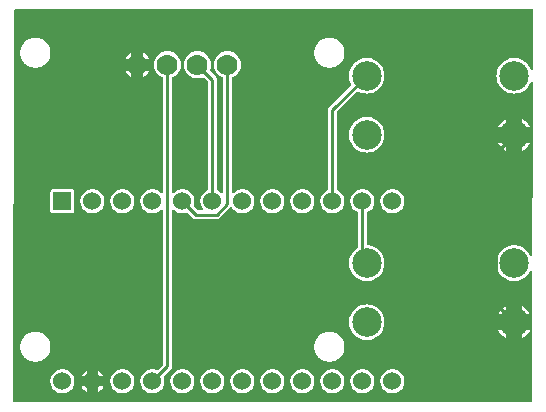
<source format=gbl>
G04 Layer: BottomLayer*
G04 EasyEDA v6.5.15, 2022-08-31 14:33:10*
G04 7f742d56b1564ff082f2a7d2e7a97bc1,d16243303ffc4a33bbfddbaf118a1a26,10*
G04 Gerber Generator version 0.2*
G04 Scale: 100 percent, Rotated: No, Reflected: No *
G04 Dimensions in millimeters *
G04 leading zeros omitted , absolute positions ,4 integer and 5 decimal *
%FSLAX45Y45*%
%MOMM*%

%AMMACRO1*21,1,$1,$2,0,0,$3*%
%ADD10C,0.2540*%
%ADD11C,2.5000*%
%ADD12C,1.7780*%
%ADD13MACRO1,1.524X1.524X-90.0000*%
%ADD14C,1.5240*%
%ADD15C,0.0168*%

%LPD*%
G36*
X734720Y9093708D02*
G01*
X730808Y9094470D01*
X727506Y9096705D01*
X725322Y9100007D01*
X724560Y9103918D01*
X736955Y12409982D01*
X737768Y12413843D01*
X739952Y12417145D01*
X743254Y12419330D01*
X747115Y12420092D01*
X5119979Y12420092D01*
X5123891Y12419330D01*
X5127193Y12417094D01*
X5129377Y12413792D01*
X5130139Y12409881D01*
X5128310Y11916460D01*
X5127498Y11912600D01*
X5125313Y11909298D01*
X5122011Y11907113D01*
X5118100Y11906351D01*
X5114239Y11907113D01*
X5110937Y11909348D01*
X5108752Y11912650D01*
X5104333Y11923268D01*
X5096154Y11938101D01*
X5086350Y11951868D01*
X5075072Y11964517D01*
X5062474Y11975795D01*
X5048656Y11985548D01*
X5033873Y11993727D01*
X5018227Y12000230D01*
X5001971Y12004903D01*
X4985308Y12007748D01*
X4968392Y12008713D01*
X4951526Y12007748D01*
X4934813Y12004903D01*
X4918557Y12000230D01*
X4902911Y11993727D01*
X4888128Y11985548D01*
X4874310Y11975795D01*
X4861712Y11964517D01*
X4850434Y11951868D01*
X4840630Y11938101D01*
X4832451Y11923268D01*
X4825949Y11907621D01*
X4821275Y11891365D01*
X4818430Y11874703D01*
X4817516Y11857786D01*
X4818430Y11840921D01*
X4821275Y11824208D01*
X4825949Y11807952D01*
X4832451Y11792305D01*
X4840630Y11777522D01*
X4850434Y11763705D01*
X4861712Y11751106D01*
X4874310Y11739829D01*
X4888128Y11730024D01*
X4902911Y11721846D01*
X4918557Y11715394D01*
X4934813Y11710670D01*
X4951526Y11707876D01*
X4968392Y11706910D01*
X4985308Y11707876D01*
X5001971Y11710670D01*
X5018227Y11715394D01*
X5033873Y11721846D01*
X5048656Y11730024D01*
X5062474Y11739829D01*
X5075072Y11751106D01*
X5086350Y11763705D01*
X5096154Y11777522D01*
X5104333Y11792305D01*
X5108295Y11801906D01*
X5110530Y11805208D01*
X5113832Y11807393D01*
X5117693Y11808155D01*
X5121605Y11807393D01*
X5124907Y11805158D01*
X5127091Y11801856D01*
X5127853Y11797995D01*
X5126431Y11420957D01*
X5125974Y11418722D01*
X5126431Y11416436D01*
X5125974Y11299088D01*
X5125415Y11296243D01*
X5125974Y11293398D01*
X5122367Y10342473D01*
X5121402Y10338155D01*
X5118709Y10334701D01*
X5114747Y10332669D01*
X5110327Y10332516D01*
X5106263Y10334294D01*
X5103317Y10337596D01*
X5096154Y10350601D01*
X5086350Y10364368D01*
X5075072Y10377017D01*
X5062474Y10388295D01*
X5048656Y10398048D01*
X5033873Y10406227D01*
X5018227Y10412730D01*
X5001971Y10417403D01*
X4985308Y10420248D01*
X4968392Y10421213D01*
X4951526Y10420248D01*
X4934813Y10417403D01*
X4918557Y10412730D01*
X4902911Y10406227D01*
X4888128Y10398048D01*
X4874310Y10388295D01*
X4861712Y10377017D01*
X4850434Y10364368D01*
X4840630Y10350601D01*
X4832451Y10335768D01*
X4825949Y10320121D01*
X4821275Y10303865D01*
X4818430Y10287203D01*
X4817516Y10270286D01*
X4818430Y10253421D01*
X4821275Y10236708D01*
X4825949Y10220452D01*
X4832451Y10204805D01*
X4840630Y10190022D01*
X4850434Y10176205D01*
X4861712Y10163606D01*
X4874310Y10152329D01*
X4888128Y10142524D01*
X4902911Y10134346D01*
X4918557Y10127894D01*
X4934813Y10123170D01*
X4951526Y10120376D01*
X4968392Y10119410D01*
X4985308Y10120376D01*
X5001971Y10123170D01*
X5018227Y10127894D01*
X5033873Y10134346D01*
X5048656Y10142524D01*
X5062474Y10152329D01*
X5075072Y10163606D01*
X5086350Y10176205D01*
X5096154Y10190022D01*
X5102809Y10202011D01*
X5105704Y10205313D01*
X5109819Y10207091D01*
X5114239Y10206939D01*
X5118201Y10204907D01*
X5120894Y10201402D01*
X5121859Y10197033D01*
X5120538Y9845852D01*
X5119522Y9841534D01*
X5116830Y9838080D01*
X5115610Y9837420D01*
X5117490Y9836150D01*
X5119674Y9832848D01*
X5120436Y9828936D01*
X5120030Y9711588D01*
X5119217Y9707676D01*
X5117033Y9704425D01*
X5114188Y9702546D01*
X5116271Y9701479D01*
X5119014Y9697974D01*
X5119928Y9693605D01*
X5117744Y9103817D01*
X5116931Y9099956D01*
X5114747Y9096654D01*
X5111445Y9094470D01*
X5107584Y9093708D01*
G37*

%LPC*%
G36*
X2660192Y9169146D02*
G01*
X2673807Y9169146D01*
X2687320Y9170974D01*
X2700477Y9174581D01*
X2713024Y9179864D01*
X2724759Y9186824D01*
X2735478Y9195308D01*
X2744978Y9205112D01*
X2753055Y9216085D01*
X2759608Y9228023D01*
X2764485Y9240774D01*
X2767685Y9254032D01*
X2769006Y9267596D01*
X2768549Y9281210D01*
X2766314Y9294672D01*
X2762250Y9307677D01*
X2756509Y9320072D01*
X2749194Y9331553D01*
X2740406Y9341967D01*
X2730246Y9351111D01*
X2719019Y9358833D01*
X2706878Y9364980D01*
X2693974Y9369450D01*
X2680614Y9372193D01*
X2667000Y9373108D01*
X2653385Y9372193D01*
X2640025Y9369450D01*
X2627122Y9364980D01*
X2614980Y9358833D01*
X2603754Y9351111D01*
X2593594Y9341967D01*
X2584805Y9331553D01*
X2577490Y9320072D01*
X2571750Y9307677D01*
X2567686Y9294672D01*
X2565450Y9281210D01*
X2564993Y9267596D01*
X2566314Y9254032D01*
X2569514Y9240774D01*
X2574391Y9228023D01*
X2580944Y9216085D01*
X2589022Y9205112D01*
X2598521Y9195308D01*
X2609240Y9186824D01*
X2620975Y9179864D01*
X2633522Y9174581D01*
X2646680Y9170974D01*
G37*
G36*
X3168192Y9169146D02*
G01*
X3181807Y9169146D01*
X3195320Y9170974D01*
X3208477Y9174581D01*
X3221024Y9179864D01*
X3232759Y9186824D01*
X3243478Y9195308D01*
X3252978Y9205112D01*
X3261055Y9216085D01*
X3267608Y9228023D01*
X3272485Y9240774D01*
X3275685Y9254032D01*
X3277006Y9267596D01*
X3276549Y9281210D01*
X3274314Y9294672D01*
X3270250Y9307677D01*
X3264509Y9320072D01*
X3257194Y9331553D01*
X3248406Y9341967D01*
X3238246Y9351111D01*
X3227019Y9358833D01*
X3214878Y9364980D01*
X3201974Y9369450D01*
X3188614Y9372193D01*
X3175000Y9373108D01*
X3161385Y9372193D01*
X3148025Y9369450D01*
X3135122Y9364980D01*
X3122980Y9358833D01*
X3111754Y9351111D01*
X3101594Y9341967D01*
X3092805Y9331553D01*
X3085490Y9320072D01*
X3079750Y9307677D01*
X3075686Y9294672D01*
X3073450Y9281210D01*
X3072993Y9267596D01*
X3074314Y9254032D01*
X3077514Y9240774D01*
X3082391Y9228023D01*
X3088944Y9216085D01*
X3097022Y9205112D01*
X3106521Y9195308D01*
X3117240Y9186824D01*
X3128975Y9179864D01*
X3141522Y9174581D01*
X3154680Y9170974D01*
G37*
G36*
X3422192Y9169146D02*
G01*
X3435807Y9169146D01*
X3449320Y9170974D01*
X3462477Y9174581D01*
X3475024Y9179864D01*
X3486759Y9186824D01*
X3497478Y9195308D01*
X3506978Y9205112D01*
X3515055Y9216085D01*
X3521608Y9228023D01*
X3526485Y9240774D01*
X3529685Y9254032D01*
X3531006Y9267596D01*
X3530549Y9281210D01*
X3528314Y9294672D01*
X3524250Y9307677D01*
X3518509Y9320072D01*
X3511194Y9331553D01*
X3502406Y9341967D01*
X3492246Y9351111D01*
X3481019Y9358833D01*
X3468878Y9364980D01*
X3455974Y9369450D01*
X3442614Y9372193D01*
X3429000Y9373108D01*
X3415385Y9372193D01*
X3402025Y9369450D01*
X3389122Y9364980D01*
X3376980Y9358833D01*
X3365754Y9351111D01*
X3355594Y9341967D01*
X3346805Y9331553D01*
X3339490Y9320072D01*
X3333750Y9307677D01*
X3329686Y9294672D01*
X3327450Y9281210D01*
X3326993Y9267596D01*
X3328314Y9254032D01*
X3331514Y9240774D01*
X3336391Y9228023D01*
X3342944Y9216085D01*
X3351022Y9205112D01*
X3360521Y9195308D01*
X3371240Y9186824D01*
X3382975Y9179864D01*
X3395522Y9174581D01*
X3408679Y9170974D01*
G37*
G36*
X3676192Y9169146D02*
G01*
X3689807Y9169146D01*
X3703320Y9170974D01*
X3716477Y9174581D01*
X3729024Y9179864D01*
X3740759Y9186824D01*
X3751478Y9195308D01*
X3760978Y9205112D01*
X3769055Y9216085D01*
X3775608Y9228023D01*
X3780485Y9240774D01*
X3783685Y9254032D01*
X3785006Y9267596D01*
X3784549Y9281210D01*
X3782314Y9294672D01*
X3778250Y9307677D01*
X3772509Y9320072D01*
X3765194Y9331553D01*
X3756406Y9341967D01*
X3746246Y9351111D01*
X3735019Y9358833D01*
X3722878Y9364980D01*
X3709974Y9369450D01*
X3696614Y9372193D01*
X3683000Y9373108D01*
X3669385Y9372193D01*
X3656025Y9369450D01*
X3643122Y9364980D01*
X3630980Y9358833D01*
X3619754Y9351111D01*
X3609594Y9341967D01*
X3600805Y9331553D01*
X3593490Y9320072D01*
X3587750Y9307677D01*
X3583686Y9294672D01*
X3581450Y9281210D01*
X3580993Y9267596D01*
X3582314Y9254032D01*
X3585514Y9240774D01*
X3590391Y9228023D01*
X3596944Y9216085D01*
X3605022Y9205112D01*
X3614521Y9195308D01*
X3625240Y9186824D01*
X3636975Y9179864D01*
X3649522Y9174581D01*
X3662679Y9170974D01*
G37*
G36*
X2152192Y9169146D02*
G01*
X2165807Y9169146D01*
X2179320Y9170974D01*
X2192477Y9174581D01*
X2205024Y9179864D01*
X2216759Y9186824D01*
X2227478Y9195308D01*
X2236978Y9205112D01*
X2245055Y9216085D01*
X2251608Y9228023D01*
X2256485Y9240774D01*
X2259685Y9254032D01*
X2261006Y9267596D01*
X2260549Y9281210D01*
X2258314Y9294672D01*
X2254250Y9307677D01*
X2248509Y9320072D01*
X2241194Y9331553D01*
X2232406Y9341967D01*
X2222246Y9351111D01*
X2211019Y9358833D01*
X2198878Y9364980D01*
X2185974Y9369450D01*
X2172614Y9372193D01*
X2159000Y9373108D01*
X2145385Y9372193D01*
X2132025Y9369450D01*
X2119122Y9364980D01*
X2106980Y9358833D01*
X2095754Y9351111D01*
X2085593Y9341967D01*
X2076805Y9331553D01*
X2069490Y9320072D01*
X2063750Y9307677D01*
X2059686Y9294672D01*
X2057450Y9281210D01*
X2056993Y9267596D01*
X2058314Y9254032D01*
X2061514Y9240774D01*
X2066391Y9228023D01*
X2072944Y9216085D01*
X2081022Y9205112D01*
X2090521Y9195308D01*
X2101240Y9186824D01*
X2112975Y9179864D01*
X2125522Y9174581D01*
X2138680Y9170974D01*
G37*
G36*
X3930192Y9169146D02*
G01*
X3943807Y9169146D01*
X3957320Y9170974D01*
X3970477Y9174581D01*
X3983024Y9179864D01*
X3994759Y9186824D01*
X4005478Y9195308D01*
X4014978Y9205112D01*
X4023055Y9216085D01*
X4029608Y9228023D01*
X4034485Y9240774D01*
X4037685Y9254032D01*
X4039006Y9267596D01*
X4038549Y9281210D01*
X4036314Y9294672D01*
X4032250Y9307677D01*
X4026509Y9320072D01*
X4019194Y9331553D01*
X4010406Y9341967D01*
X4000246Y9351111D01*
X3989019Y9358833D01*
X3976878Y9364980D01*
X3963974Y9369450D01*
X3950614Y9372193D01*
X3937000Y9373108D01*
X3923385Y9372193D01*
X3910025Y9369450D01*
X3897122Y9364980D01*
X3884980Y9358833D01*
X3873754Y9351111D01*
X3863594Y9341967D01*
X3854805Y9331553D01*
X3847490Y9320072D01*
X3841750Y9307677D01*
X3837686Y9294672D01*
X3835450Y9281210D01*
X3834993Y9267596D01*
X3836314Y9254032D01*
X3839514Y9240774D01*
X3844391Y9228023D01*
X3850944Y9216085D01*
X3859022Y9205112D01*
X3868521Y9195308D01*
X3879240Y9186824D01*
X3890975Y9179864D01*
X3903522Y9174581D01*
X3916679Y9170974D01*
G37*
G36*
X2406192Y9169146D02*
G01*
X2419807Y9169146D01*
X2433320Y9170974D01*
X2446477Y9174581D01*
X2459024Y9179864D01*
X2470759Y9186824D01*
X2481478Y9195308D01*
X2490978Y9205112D01*
X2499055Y9216085D01*
X2505608Y9228023D01*
X2510485Y9240774D01*
X2513685Y9254032D01*
X2515006Y9267596D01*
X2514549Y9281210D01*
X2512314Y9294672D01*
X2508250Y9307677D01*
X2502509Y9320072D01*
X2495194Y9331553D01*
X2486406Y9341967D01*
X2476246Y9351111D01*
X2465019Y9358833D01*
X2452878Y9364980D01*
X2439974Y9369450D01*
X2426614Y9372193D01*
X2413000Y9373108D01*
X2399385Y9372193D01*
X2386025Y9369450D01*
X2373122Y9364980D01*
X2360980Y9358833D01*
X2349754Y9351111D01*
X2339594Y9341967D01*
X2330805Y9331553D01*
X2323490Y9320072D01*
X2317750Y9307677D01*
X2313686Y9294672D01*
X2311450Y9281210D01*
X2310993Y9267596D01*
X2312314Y9254032D01*
X2315514Y9240774D01*
X2320391Y9228023D01*
X2326944Y9216085D01*
X2335022Y9205112D01*
X2344521Y9195308D01*
X2355240Y9186824D01*
X2366975Y9179864D01*
X2379522Y9174581D01*
X2392680Y9170974D01*
G37*
G36*
X2914192Y9169146D02*
G01*
X2927807Y9169146D01*
X2941320Y9170974D01*
X2954477Y9174581D01*
X2967024Y9179864D01*
X2978759Y9186824D01*
X2989478Y9195308D01*
X2998978Y9205112D01*
X3007055Y9216085D01*
X3013608Y9228023D01*
X3018485Y9240774D01*
X3021685Y9254032D01*
X3023006Y9267596D01*
X3022549Y9281210D01*
X3020314Y9294672D01*
X3016250Y9307677D01*
X3010509Y9320072D01*
X3003194Y9331553D01*
X2994406Y9341967D01*
X2984246Y9351111D01*
X2973019Y9358833D01*
X2960878Y9364980D01*
X2947974Y9369450D01*
X2934614Y9372193D01*
X2921000Y9373108D01*
X2907385Y9372193D01*
X2894025Y9369450D01*
X2881122Y9364980D01*
X2868980Y9358833D01*
X2857754Y9351111D01*
X2847594Y9341967D01*
X2838805Y9331553D01*
X2831490Y9320072D01*
X2825750Y9307677D01*
X2821686Y9294672D01*
X2819450Y9281210D01*
X2818993Y9267596D01*
X2820314Y9254032D01*
X2823514Y9240774D01*
X2828391Y9228023D01*
X2834944Y9216085D01*
X2843022Y9205112D01*
X2852521Y9195308D01*
X2863240Y9186824D01*
X2874975Y9179864D01*
X2887522Y9174581D01*
X2900680Y9170974D01*
G37*
G36*
X1644192Y9169146D02*
G01*
X1657807Y9169146D01*
X1671320Y9170974D01*
X1684477Y9174581D01*
X1697024Y9179864D01*
X1708759Y9186824D01*
X1719478Y9195308D01*
X1728978Y9205112D01*
X1737055Y9216085D01*
X1743608Y9228023D01*
X1748485Y9240774D01*
X1751685Y9254032D01*
X1753006Y9267596D01*
X1752549Y9281210D01*
X1750314Y9294672D01*
X1746250Y9307677D01*
X1740509Y9320072D01*
X1733194Y9331553D01*
X1724406Y9341967D01*
X1714246Y9351111D01*
X1703019Y9358833D01*
X1690878Y9364980D01*
X1677974Y9369450D01*
X1664614Y9372193D01*
X1651000Y9373108D01*
X1637385Y9372193D01*
X1624025Y9369450D01*
X1611122Y9364980D01*
X1598980Y9358833D01*
X1587754Y9351111D01*
X1577594Y9341967D01*
X1568805Y9331553D01*
X1561490Y9320072D01*
X1555750Y9307677D01*
X1551686Y9294672D01*
X1549450Y9281210D01*
X1548993Y9267596D01*
X1550314Y9254032D01*
X1553514Y9240774D01*
X1558391Y9228023D01*
X1564944Y9216085D01*
X1573022Y9205112D01*
X1582521Y9195308D01*
X1593240Y9186824D01*
X1604975Y9179864D01*
X1617522Y9174581D01*
X1630680Y9170974D01*
G37*
G36*
X1136192Y9169146D02*
G01*
X1149807Y9169146D01*
X1163320Y9170974D01*
X1176477Y9174581D01*
X1189024Y9179864D01*
X1200759Y9186824D01*
X1211478Y9195308D01*
X1220978Y9205112D01*
X1229055Y9216085D01*
X1235608Y9228023D01*
X1240485Y9240774D01*
X1243685Y9254032D01*
X1245006Y9267596D01*
X1244549Y9281210D01*
X1242314Y9294672D01*
X1238250Y9307677D01*
X1232509Y9320072D01*
X1225194Y9331553D01*
X1216406Y9341967D01*
X1206246Y9351111D01*
X1195019Y9358833D01*
X1182878Y9364980D01*
X1169974Y9369450D01*
X1156614Y9372193D01*
X1143000Y9373108D01*
X1129385Y9372193D01*
X1116025Y9369450D01*
X1103122Y9364980D01*
X1090980Y9358833D01*
X1079754Y9351111D01*
X1069594Y9341967D01*
X1060805Y9331553D01*
X1053490Y9320072D01*
X1047750Y9307677D01*
X1043686Y9294672D01*
X1041450Y9281210D01*
X1040993Y9267596D01*
X1042314Y9254032D01*
X1045514Y9240774D01*
X1050391Y9228023D01*
X1056944Y9216085D01*
X1065022Y9205112D01*
X1074521Y9195308D01*
X1085240Y9186824D01*
X1096975Y9179864D01*
X1109522Y9174581D01*
X1122680Y9170974D01*
G37*
G36*
X1898192Y9169146D02*
G01*
X1911807Y9169146D01*
X1925320Y9170974D01*
X1938477Y9174581D01*
X1951024Y9179864D01*
X1962759Y9186824D01*
X1973478Y9195308D01*
X1982978Y9205112D01*
X1991055Y9216085D01*
X1997608Y9228023D01*
X2002485Y9240774D01*
X2005685Y9254032D01*
X2007006Y9267596D01*
X2006549Y9281210D01*
X2004314Y9294672D01*
X2001164Y9304883D01*
X2000707Y9308490D01*
X2001570Y9312046D01*
X2003653Y9315043D01*
X2058924Y9370364D01*
X2064054Y9376562D01*
X2067610Y9383268D01*
X2069795Y9390481D01*
X2070607Y9398508D01*
X2070607Y10714736D01*
X2071370Y10718698D01*
X2073605Y10722000D01*
X2076957Y10724184D01*
X2080869Y10724896D01*
X2084781Y10724083D01*
X2088083Y10721848D01*
X2090521Y10719308D01*
X2101240Y10710824D01*
X2112975Y10703864D01*
X2125522Y10698581D01*
X2138680Y10694974D01*
X2152192Y10693146D01*
X2165807Y10693146D01*
X2179320Y10694974D01*
X2193290Y10698835D01*
X2196846Y10699140D01*
X2200300Y10698226D01*
X2203196Y10696194D01*
X2243886Y10655554D01*
X2250084Y10650423D01*
X2256790Y10646867D01*
X2264003Y10644682D01*
X2272030Y10643870D01*
X2450033Y10643870D01*
X2458059Y10644682D01*
X2465273Y10646867D01*
X2471928Y10650423D01*
X2478176Y10655554D01*
X2564892Y10742269D01*
X2568600Y10744606D01*
X2572867Y10745216D01*
X2577033Y10743946D01*
X2580284Y10741101D01*
X2589072Y10729061D01*
X2598521Y10719308D01*
X2609240Y10710824D01*
X2620975Y10703864D01*
X2633522Y10698581D01*
X2646680Y10694974D01*
X2660192Y10693146D01*
X2673807Y10693146D01*
X2687320Y10694974D01*
X2700477Y10698581D01*
X2713024Y10703864D01*
X2724759Y10710824D01*
X2735478Y10719308D01*
X2744978Y10729112D01*
X2753055Y10740085D01*
X2759608Y10752023D01*
X2764485Y10764774D01*
X2767685Y10778032D01*
X2769006Y10791596D01*
X2768549Y10805210D01*
X2766314Y10818672D01*
X2762250Y10831677D01*
X2756509Y10844072D01*
X2749194Y10855553D01*
X2740406Y10865967D01*
X2730246Y10875111D01*
X2719019Y10882833D01*
X2706878Y10888980D01*
X2693974Y10893450D01*
X2680614Y10896193D01*
X2667000Y10897108D01*
X2653385Y10896193D01*
X2640025Y10893450D01*
X2627122Y10888980D01*
X2614980Y10882833D01*
X2603754Y10875111D01*
X2595575Y10867745D01*
X2592273Y10865764D01*
X2588412Y10865104D01*
X2584653Y10866018D01*
X2581452Y10868202D01*
X2579370Y10871454D01*
X2578608Y10875264D01*
X2578608Y11835892D01*
X2579420Y11839803D01*
X2581656Y11843105D01*
X2585008Y11845290D01*
X2588869Y11846814D01*
X2601518Y11853773D01*
X2613152Y11862257D01*
X2623667Y11872112D01*
X2632862Y11883237D01*
X2640584Y11895378D01*
X2646730Y11908434D01*
X2651201Y11922150D01*
X2653893Y11936323D01*
X2654808Y11950700D01*
X2653893Y11965076D01*
X2651201Y11979249D01*
X2646730Y11992965D01*
X2640584Y12006021D01*
X2632862Y12018162D01*
X2623667Y12029287D01*
X2613152Y12039142D01*
X2601518Y12047626D01*
X2588869Y12054586D01*
X2575458Y12059869D01*
X2561488Y12063476D01*
X2547213Y12065254D01*
X2532786Y12065254D01*
X2518511Y12063476D01*
X2504541Y12059869D01*
X2491130Y12054586D01*
X2478481Y12047626D01*
X2466848Y12039142D01*
X2456332Y12029287D01*
X2447137Y12018162D01*
X2439416Y12006021D01*
X2433269Y11992965D01*
X2428798Y11979249D01*
X2426106Y11965076D01*
X2425192Y11950700D01*
X2426106Y11936323D01*
X2428798Y11922150D01*
X2433269Y11908434D01*
X2439416Y11895378D01*
X2447137Y11883237D01*
X2456332Y11872112D01*
X2466848Y11862257D01*
X2478481Y11853773D01*
X2491130Y11846814D01*
X2494991Y11845290D01*
X2498344Y11843105D01*
X2500579Y11839803D01*
X2501392Y11835892D01*
X2501392Y10875264D01*
X2500630Y10871454D01*
X2498547Y10868202D01*
X2495346Y10866018D01*
X2491587Y10865104D01*
X2487726Y10865764D01*
X2484424Y10867745D01*
X2476246Y10875111D01*
X2465019Y10882833D01*
X2457196Y10886795D01*
X2454249Y10889030D01*
X2452268Y10892231D01*
X2451608Y10895838D01*
X2451608Y11823192D01*
X2450795Y11831218D01*
X2448610Y11838432D01*
X2445054Y11845137D01*
X2439924Y11851335D01*
X2394610Y11896699D01*
X2392375Y11900103D01*
X2391664Y11904167D01*
X2392730Y11908434D01*
X2397201Y11922150D01*
X2399893Y11936323D01*
X2400808Y11950700D01*
X2399893Y11965076D01*
X2397201Y11979249D01*
X2392730Y11992965D01*
X2386584Y12006021D01*
X2378862Y12018162D01*
X2369667Y12029287D01*
X2359152Y12039142D01*
X2347518Y12047626D01*
X2334869Y12054586D01*
X2321458Y12059869D01*
X2307488Y12063476D01*
X2293213Y12065254D01*
X2278786Y12065254D01*
X2264511Y12063476D01*
X2250541Y12059869D01*
X2237130Y12054586D01*
X2224481Y12047626D01*
X2212848Y12039142D01*
X2202332Y12029287D01*
X2193137Y12018162D01*
X2185416Y12006021D01*
X2179269Y11992965D01*
X2174798Y11979249D01*
X2172106Y11965076D01*
X2171192Y11950700D01*
X2172106Y11936323D01*
X2174798Y11922150D01*
X2179269Y11908434D01*
X2185416Y11895378D01*
X2193137Y11883237D01*
X2202332Y11872112D01*
X2212848Y11862257D01*
X2224481Y11853773D01*
X2237130Y11846814D01*
X2250541Y11841530D01*
X2264511Y11837924D01*
X2278786Y11836146D01*
X2293213Y11836146D01*
X2307488Y11837924D01*
X2321458Y11841530D01*
X2328926Y11844477D01*
X2332786Y11845188D01*
X2336647Y11844426D01*
X2339848Y11842242D01*
X2371394Y11810695D01*
X2373630Y11807393D01*
X2374392Y11803481D01*
X2374392Y10895838D01*
X2373731Y10892231D01*
X2371750Y10889030D01*
X2368804Y10886795D01*
X2360980Y10882833D01*
X2349754Y10875111D01*
X2339594Y10865967D01*
X2330805Y10855553D01*
X2323490Y10844072D01*
X2317750Y10831677D01*
X2313686Y10818672D01*
X2311450Y10805210D01*
X2310993Y10791596D01*
X2312314Y10778032D01*
X2315514Y10764774D01*
X2320391Y10752023D01*
X2326944Y10740085D01*
X2329027Y10737291D01*
X2330805Y10733227D01*
X2330704Y10728756D01*
X2328672Y10724794D01*
X2325166Y10722051D01*
X2320848Y10721086D01*
X2291740Y10721086D01*
X2287828Y10721848D01*
X2284526Y10724083D01*
X2257653Y10750956D01*
X2255469Y10754156D01*
X2254656Y10757966D01*
X2255367Y10761776D01*
X2256485Y10764774D01*
X2259685Y10778032D01*
X2261006Y10791596D01*
X2260549Y10805210D01*
X2258314Y10818672D01*
X2254250Y10831677D01*
X2248509Y10844072D01*
X2241194Y10855553D01*
X2232406Y10865967D01*
X2222246Y10875111D01*
X2211019Y10882833D01*
X2198878Y10888980D01*
X2185974Y10893450D01*
X2172614Y10896193D01*
X2159000Y10897108D01*
X2145385Y10896193D01*
X2132025Y10893450D01*
X2119122Y10888980D01*
X2106980Y10882833D01*
X2095754Y10875111D01*
X2087575Y10867745D01*
X2084273Y10865764D01*
X2080412Y10865104D01*
X2076653Y10866018D01*
X2073452Y10868202D01*
X2071370Y10871454D01*
X2070607Y10875264D01*
X2070607Y11835892D01*
X2071420Y11839803D01*
X2073656Y11843105D01*
X2077008Y11845290D01*
X2080869Y11846814D01*
X2093518Y11853773D01*
X2105152Y11862257D01*
X2115667Y11872112D01*
X2124862Y11883237D01*
X2132584Y11895378D01*
X2138730Y11908434D01*
X2143201Y11922150D01*
X2145893Y11936323D01*
X2146808Y11950700D01*
X2145893Y11965076D01*
X2143201Y11979249D01*
X2138730Y11992965D01*
X2132584Y12006021D01*
X2124862Y12018162D01*
X2115667Y12029287D01*
X2105152Y12039142D01*
X2093518Y12047626D01*
X2080869Y12054586D01*
X2067458Y12059869D01*
X2053488Y12063476D01*
X2039213Y12065254D01*
X2024786Y12065254D01*
X2010511Y12063476D01*
X1996541Y12059869D01*
X1983130Y12054586D01*
X1970481Y12047626D01*
X1958848Y12039142D01*
X1948332Y12029287D01*
X1939137Y12018162D01*
X1931416Y12006021D01*
X1925269Y11992965D01*
X1920798Y11979249D01*
X1918106Y11965076D01*
X1917192Y11950700D01*
X1918106Y11936323D01*
X1920798Y11922150D01*
X1925269Y11908434D01*
X1931416Y11895378D01*
X1939137Y11883237D01*
X1948332Y11872112D01*
X1958848Y11862257D01*
X1970481Y11853773D01*
X1983130Y11846814D01*
X1986991Y11845290D01*
X1990343Y11843105D01*
X1992579Y11839803D01*
X1993392Y11835892D01*
X1993392Y10875264D01*
X1992630Y10871454D01*
X1990547Y10868202D01*
X1987346Y10866018D01*
X1983587Y10865104D01*
X1979726Y10865764D01*
X1976424Y10867745D01*
X1968246Y10875111D01*
X1957019Y10882833D01*
X1944878Y10888980D01*
X1931974Y10893450D01*
X1918614Y10896193D01*
X1905000Y10897108D01*
X1891385Y10896193D01*
X1878025Y10893450D01*
X1865122Y10888980D01*
X1852980Y10882833D01*
X1841754Y10875111D01*
X1831593Y10865967D01*
X1822805Y10855553D01*
X1815490Y10844072D01*
X1809750Y10831677D01*
X1805686Y10818672D01*
X1803450Y10805210D01*
X1802993Y10791596D01*
X1804314Y10778032D01*
X1807514Y10764774D01*
X1812391Y10752023D01*
X1818944Y10740085D01*
X1827022Y10729112D01*
X1836521Y10719308D01*
X1847240Y10710824D01*
X1858975Y10703864D01*
X1871522Y10698581D01*
X1884680Y10694974D01*
X1898192Y10693146D01*
X1911807Y10693146D01*
X1925320Y10694974D01*
X1938477Y10698581D01*
X1951024Y10703864D01*
X1962759Y10710824D01*
X1973478Y10719308D01*
X1975916Y10721848D01*
X1979218Y10724083D01*
X1983130Y10724896D01*
X1987042Y10724184D01*
X1990394Y10722000D01*
X1992630Y10718698D01*
X1993392Y10714736D01*
X1993392Y9418218D01*
X1992630Y9414306D01*
X1990394Y9411004D01*
X1948992Y9369602D01*
X1945893Y9367469D01*
X1942236Y9366656D01*
X1938477Y9367215D01*
X1931974Y9369450D01*
X1918614Y9372193D01*
X1905000Y9373108D01*
X1891385Y9372193D01*
X1878025Y9369450D01*
X1865122Y9364980D01*
X1852980Y9358833D01*
X1841754Y9351111D01*
X1831593Y9341967D01*
X1822805Y9331553D01*
X1815490Y9320072D01*
X1809750Y9307677D01*
X1805686Y9294672D01*
X1803450Y9281210D01*
X1802993Y9267596D01*
X1804314Y9254032D01*
X1807514Y9240774D01*
X1812391Y9228023D01*
X1818944Y9216085D01*
X1827022Y9205112D01*
X1836521Y9195308D01*
X1847240Y9186824D01*
X1858975Y9179864D01*
X1871522Y9174581D01*
X1884680Y9170974D01*
G37*
G36*
X1352550Y9179204D02*
G01*
X1352550Y9226550D01*
X1305204Y9226550D01*
X1310944Y9216085D01*
X1319022Y9205112D01*
X1328521Y9195308D01*
X1339240Y9186824D01*
X1350975Y9179864D01*
G37*
G36*
X1441450Y9179204D02*
G01*
X1443024Y9179864D01*
X1454759Y9186824D01*
X1465478Y9195308D01*
X1474978Y9205112D01*
X1483055Y9216085D01*
X1488795Y9226550D01*
X1441450Y9226550D01*
G37*
G36*
X1441450Y9315450D02*
G01*
X1488643Y9315450D01*
X1486509Y9320072D01*
X1479194Y9331553D01*
X1470406Y9341967D01*
X1460246Y9351111D01*
X1449019Y9358833D01*
X1441450Y9362643D01*
G37*
G36*
X1305356Y9315450D02*
G01*
X1352550Y9315450D01*
X1352550Y9362643D01*
X1344980Y9358833D01*
X1333754Y9351111D01*
X1323594Y9341967D01*
X1314805Y9331553D01*
X1307490Y9320072D01*
G37*
G36*
X3403600Y9435592D02*
G01*
X3418992Y9436557D01*
X3434130Y9439300D01*
X3448812Y9443872D01*
X3462832Y9450222D01*
X3476040Y9458198D01*
X3488131Y9467697D01*
X3499002Y9478568D01*
X3508501Y9490659D01*
X3516477Y9503867D01*
X3522827Y9517888D01*
X3527399Y9532569D01*
X3530142Y9547707D01*
X3531108Y9563100D01*
X3530142Y9578492D01*
X3527399Y9593630D01*
X3522827Y9608312D01*
X3516477Y9622332D01*
X3508501Y9635540D01*
X3499002Y9647631D01*
X3488131Y9658502D01*
X3476040Y9668002D01*
X3462832Y9675977D01*
X3448812Y9682327D01*
X3434130Y9686899D01*
X3418992Y9689642D01*
X3403600Y9690608D01*
X3388207Y9689642D01*
X3373069Y9686899D01*
X3358387Y9682327D01*
X3344367Y9675977D01*
X3331159Y9668002D01*
X3319068Y9658502D01*
X3308197Y9647631D01*
X3298698Y9635540D01*
X3290722Y9622332D01*
X3284372Y9608312D01*
X3279800Y9593630D01*
X3277057Y9578492D01*
X3276092Y9563100D01*
X3277057Y9547707D01*
X3279800Y9532569D01*
X3284372Y9517888D01*
X3290722Y9503867D01*
X3298698Y9490659D01*
X3308197Y9478568D01*
X3319068Y9467697D01*
X3331159Y9458198D01*
X3344367Y9450222D01*
X3358387Y9443872D01*
X3373069Y9439300D01*
X3388207Y9436557D01*
G37*
G36*
X914400Y9435592D02*
G01*
X929792Y9436557D01*
X944930Y9439300D01*
X959612Y9443872D01*
X973632Y9450222D01*
X986840Y9458198D01*
X998931Y9467697D01*
X1009802Y9478568D01*
X1019302Y9490659D01*
X1027277Y9503867D01*
X1033627Y9517888D01*
X1038199Y9532569D01*
X1040942Y9547707D01*
X1041908Y9563100D01*
X1040942Y9578492D01*
X1038199Y9593630D01*
X1033627Y9608312D01*
X1027277Y9622332D01*
X1019302Y9635540D01*
X1009802Y9647631D01*
X998931Y9658502D01*
X986840Y9668002D01*
X973632Y9675977D01*
X959612Y9682327D01*
X944930Y9686899D01*
X929792Y9689642D01*
X914400Y9690608D01*
X899007Y9689642D01*
X883869Y9686899D01*
X869187Y9682327D01*
X855167Y9675977D01*
X841959Y9668002D01*
X829868Y9658502D01*
X818997Y9647631D01*
X809498Y9635540D01*
X801522Y9622332D01*
X795172Y9608312D01*
X790600Y9593630D01*
X787857Y9578492D01*
X786892Y9563100D01*
X787857Y9547707D01*
X790600Y9532569D01*
X795172Y9517888D01*
X801522Y9503867D01*
X809498Y9490659D01*
X818997Y9478568D01*
X829868Y9467697D01*
X841959Y9458198D01*
X855167Y9450222D01*
X869187Y9443872D01*
X883869Y9439300D01*
X899007Y9436557D01*
G37*
G36*
X3718407Y9619386D02*
G01*
X3735273Y9620351D01*
X3751986Y9623196D01*
X3768242Y9627870D01*
X3783888Y9634372D01*
X3798671Y9642551D01*
X3812489Y9652304D01*
X3825087Y9663582D01*
X3836365Y9676231D01*
X3846169Y9689998D01*
X3854348Y9704832D01*
X3860800Y9720478D01*
X3865524Y9736734D01*
X3868318Y9753396D01*
X3869283Y9770313D01*
X3868318Y9787178D01*
X3865524Y9803892D01*
X3860800Y9820148D01*
X3854348Y9835794D01*
X3846169Y9850577D01*
X3836365Y9864394D01*
X3825087Y9876993D01*
X3812489Y9888270D01*
X3798671Y9898075D01*
X3783888Y9906254D01*
X3768242Y9912705D01*
X3751986Y9917430D01*
X3735273Y9920224D01*
X3718407Y9921189D01*
X3701491Y9920224D01*
X3684828Y9917430D01*
X3668572Y9912705D01*
X3652926Y9906254D01*
X3638143Y9898075D01*
X3624326Y9888270D01*
X3611727Y9876993D01*
X3600450Y9864394D01*
X3590645Y9850577D01*
X3582466Y9835794D01*
X3575964Y9820148D01*
X3571290Y9803892D01*
X3568446Y9787178D01*
X3567531Y9770313D01*
X3568446Y9753396D01*
X3571290Y9736734D01*
X3575964Y9720478D01*
X3582466Y9704832D01*
X3590645Y9689998D01*
X3600450Y9676231D01*
X3611727Y9663582D01*
X3624326Y9652304D01*
X3638143Y9642551D01*
X3652926Y9634372D01*
X3668572Y9627870D01*
X3684828Y9623196D01*
X3701491Y9620351D01*
G37*
G36*
X4899558Y9636201D02*
G01*
X4899558Y9701428D01*
X4834331Y9701428D01*
X4840630Y9689998D01*
X4850434Y9676231D01*
X4861712Y9663582D01*
X4874310Y9652304D01*
X4888128Y9642551D01*
G37*
G36*
X5037226Y9636201D02*
G01*
X5048656Y9642551D01*
X5062474Y9652304D01*
X5075072Y9663582D01*
X5086350Y9676231D01*
X5096154Y9689998D01*
X5100878Y9698583D01*
X5103418Y9701428D01*
X5037226Y9701428D01*
G37*
G36*
X4834331Y9839147D02*
G01*
X4899558Y9839147D01*
X4899558Y9904374D01*
X4888128Y9898075D01*
X4874310Y9888270D01*
X4861712Y9876993D01*
X4850434Y9864394D01*
X4840630Y9850577D01*
G37*
G36*
X5037226Y9839147D02*
G01*
X5103063Y9839147D01*
X5101488Y9840976D01*
X5096154Y9850577D01*
X5086350Y9864394D01*
X5075072Y9876993D01*
X5062474Y9888270D01*
X5048656Y9898075D01*
X5037226Y9904374D01*
G37*
G36*
X3718407Y10119410D02*
G01*
X3735273Y10120376D01*
X3751986Y10123170D01*
X3768242Y10127894D01*
X3783888Y10134346D01*
X3798671Y10142524D01*
X3812489Y10152329D01*
X3825087Y10163606D01*
X3836365Y10176205D01*
X3846169Y10190022D01*
X3854348Y10204805D01*
X3860800Y10220452D01*
X3865524Y10236708D01*
X3868318Y10253421D01*
X3869283Y10270286D01*
X3868318Y10287203D01*
X3865524Y10303865D01*
X3860800Y10320121D01*
X3854348Y10335768D01*
X3846169Y10350601D01*
X3836365Y10364368D01*
X3825087Y10377017D01*
X3812489Y10388295D01*
X3798671Y10398048D01*
X3783888Y10406227D01*
X3768242Y10412730D01*
X3751986Y10417403D01*
X3735273Y10420248D01*
X3731209Y10420451D01*
X3727500Y10421416D01*
X3724401Y10423652D01*
X3722319Y10426852D01*
X3721608Y10430611D01*
X3721608Y10694009D01*
X3722370Y10697870D01*
X3724554Y10701172D01*
X3740759Y10710824D01*
X3751478Y10719308D01*
X3760978Y10729112D01*
X3769055Y10740085D01*
X3775608Y10752023D01*
X3780485Y10764774D01*
X3783685Y10778032D01*
X3785006Y10791596D01*
X3784549Y10805210D01*
X3782314Y10818672D01*
X3778250Y10831677D01*
X3772509Y10844072D01*
X3765194Y10855553D01*
X3756406Y10865967D01*
X3746246Y10875111D01*
X3735019Y10882833D01*
X3722878Y10888980D01*
X3709974Y10893450D01*
X3696614Y10896193D01*
X3683000Y10897108D01*
X3669385Y10896193D01*
X3656025Y10893450D01*
X3643122Y10888980D01*
X3630980Y10882833D01*
X3619754Y10875111D01*
X3609594Y10865967D01*
X3600805Y10855553D01*
X3593490Y10844072D01*
X3587750Y10831677D01*
X3583686Y10818672D01*
X3581450Y10805210D01*
X3580993Y10791596D01*
X3582314Y10778032D01*
X3585514Y10764774D01*
X3590391Y10752023D01*
X3596944Y10740085D01*
X3605022Y10729112D01*
X3614521Y10719308D01*
X3625240Y10710824D01*
X3641445Y10701172D01*
X3643629Y10697870D01*
X3644392Y10694009D01*
X3644392Y10407497D01*
X3643782Y10403992D01*
X3641953Y10400893D01*
X3624326Y10388295D01*
X3611727Y10377017D01*
X3600450Y10364368D01*
X3590645Y10350601D01*
X3582466Y10335768D01*
X3575964Y10320121D01*
X3571290Y10303865D01*
X3568446Y10287203D01*
X3567531Y10270286D01*
X3568446Y10253421D01*
X3571290Y10236708D01*
X3575964Y10220452D01*
X3582466Y10204805D01*
X3590645Y10190022D01*
X3600450Y10176205D01*
X3611727Y10163606D01*
X3624326Y10152329D01*
X3638143Y10142524D01*
X3652926Y10134346D01*
X3668572Y10127894D01*
X3684828Y10123170D01*
X3701491Y10120376D01*
G37*
G36*
X1067358Y10692892D02*
G01*
X1218641Y10692892D01*
X1224940Y10693603D01*
X1230426Y10695533D01*
X1235303Y10698581D01*
X1239418Y10702696D01*
X1242466Y10707573D01*
X1244396Y10713059D01*
X1245108Y10719358D01*
X1245108Y10870641D01*
X1244396Y10876940D01*
X1242466Y10882426D01*
X1239418Y10887303D01*
X1235303Y10891418D01*
X1230426Y10894466D01*
X1224940Y10896396D01*
X1218641Y10897108D01*
X1067358Y10897108D01*
X1061059Y10896396D01*
X1055573Y10894466D01*
X1050696Y10891418D01*
X1046581Y10887303D01*
X1043533Y10882426D01*
X1041603Y10876940D01*
X1040892Y10870641D01*
X1040892Y10719358D01*
X1041603Y10713059D01*
X1043533Y10707573D01*
X1046581Y10702696D01*
X1050696Y10698581D01*
X1055573Y10695533D01*
X1061059Y10693603D01*
G37*
G36*
X2914192Y10693146D02*
G01*
X2927807Y10693146D01*
X2941320Y10694974D01*
X2954477Y10698581D01*
X2967024Y10703864D01*
X2978759Y10710824D01*
X2989478Y10719308D01*
X2998978Y10729112D01*
X3007055Y10740085D01*
X3013608Y10752023D01*
X3018485Y10764774D01*
X3021685Y10778032D01*
X3023006Y10791596D01*
X3022549Y10805210D01*
X3020314Y10818672D01*
X3016250Y10831677D01*
X3010509Y10844072D01*
X3003194Y10855553D01*
X2994406Y10865967D01*
X2984246Y10875111D01*
X2973019Y10882833D01*
X2960878Y10888980D01*
X2947974Y10893450D01*
X2934614Y10896193D01*
X2921000Y10897108D01*
X2907385Y10896193D01*
X2894025Y10893450D01*
X2881122Y10888980D01*
X2868980Y10882833D01*
X2857754Y10875111D01*
X2847594Y10865967D01*
X2838805Y10855553D01*
X2831490Y10844072D01*
X2825750Y10831677D01*
X2821686Y10818672D01*
X2819450Y10805210D01*
X2818993Y10791596D01*
X2820314Y10778032D01*
X2823514Y10764774D01*
X2828391Y10752023D01*
X2834944Y10740085D01*
X2843022Y10729112D01*
X2852521Y10719308D01*
X2863240Y10710824D01*
X2874975Y10703864D01*
X2887522Y10698581D01*
X2900680Y10694974D01*
G37*
G36*
X3168192Y10693146D02*
G01*
X3181807Y10693146D01*
X3195320Y10694974D01*
X3208477Y10698581D01*
X3221024Y10703864D01*
X3232759Y10710824D01*
X3243478Y10719308D01*
X3252978Y10729112D01*
X3261055Y10740085D01*
X3267608Y10752023D01*
X3272485Y10764774D01*
X3275685Y10778032D01*
X3277006Y10791596D01*
X3276549Y10805210D01*
X3274314Y10818672D01*
X3270250Y10831677D01*
X3264509Y10844072D01*
X3257194Y10855553D01*
X3248406Y10865967D01*
X3238246Y10875111D01*
X3227019Y10882833D01*
X3214878Y10888980D01*
X3201974Y10893450D01*
X3188614Y10896193D01*
X3175000Y10897108D01*
X3161385Y10896193D01*
X3148025Y10893450D01*
X3135122Y10888980D01*
X3122980Y10882833D01*
X3111754Y10875111D01*
X3101594Y10865967D01*
X3092805Y10855553D01*
X3085490Y10844072D01*
X3079750Y10831677D01*
X3075686Y10818672D01*
X3073450Y10805210D01*
X3072993Y10791596D01*
X3074314Y10778032D01*
X3077514Y10764774D01*
X3082391Y10752023D01*
X3088944Y10740085D01*
X3097022Y10729112D01*
X3106521Y10719308D01*
X3117240Y10710824D01*
X3128975Y10703864D01*
X3141522Y10698581D01*
X3154680Y10694974D01*
G37*
G36*
X3930192Y10693146D02*
G01*
X3943807Y10693146D01*
X3957320Y10694974D01*
X3970477Y10698581D01*
X3983024Y10703864D01*
X3994759Y10710824D01*
X4005478Y10719308D01*
X4014978Y10729112D01*
X4023055Y10740085D01*
X4029608Y10752023D01*
X4034485Y10764774D01*
X4037685Y10778032D01*
X4039006Y10791596D01*
X4038549Y10805210D01*
X4036314Y10818672D01*
X4032250Y10831677D01*
X4026509Y10844072D01*
X4019194Y10855553D01*
X4010406Y10865967D01*
X4000246Y10875111D01*
X3989019Y10882833D01*
X3976878Y10888980D01*
X3963974Y10893450D01*
X3950614Y10896193D01*
X3937000Y10897108D01*
X3923385Y10896193D01*
X3910025Y10893450D01*
X3897122Y10888980D01*
X3884980Y10882833D01*
X3873754Y10875111D01*
X3863594Y10865967D01*
X3854805Y10855553D01*
X3847490Y10844072D01*
X3841750Y10831677D01*
X3837686Y10818672D01*
X3835450Y10805210D01*
X3834993Y10791596D01*
X3836314Y10778032D01*
X3839514Y10764774D01*
X3844391Y10752023D01*
X3850944Y10740085D01*
X3859022Y10729112D01*
X3868521Y10719308D01*
X3879240Y10710824D01*
X3890975Y10703864D01*
X3903522Y10698581D01*
X3916679Y10694974D01*
G37*
G36*
X1644192Y10693146D02*
G01*
X1657807Y10693146D01*
X1671320Y10694974D01*
X1684477Y10698581D01*
X1697024Y10703864D01*
X1708759Y10710824D01*
X1719478Y10719308D01*
X1728978Y10729112D01*
X1737055Y10740085D01*
X1743608Y10752023D01*
X1748485Y10764774D01*
X1751685Y10778032D01*
X1753006Y10791596D01*
X1752549Y10805210D01*
X1750314Y10818672D01*
X1746250Y10831677D01*
X1740509Y10844072D01*
X1733194Y10855553D01*
X1724406Y10865967D01*
X1714246Y10875111D01*
X1703019Y10882833D01*
X1690878Y10888980D01*
X1677974Y10893450D01*
X1664614Y10896193D01*
X1651000Y10897108D01*
X1637385Y10896193D01*
X1624025Y10893450D01*
X1611122Y10888980D01*
X1598980Y10882833D01*
X1587754Y10875111D01*
X1577594Y10865967D01*
X1568805Y10855553D01*
X1561490Y10844072D01*
X1555750Y10831677D01*
X1551686Y10818672D01*
X1549450Y10805210D01*
X1548993Y10791596D01*
X1550314Y10778032D01*
X1553514Y10764774D01*
X1558391Y10752023D01*
X1564944Y10740085D01*
X1573022Y10729112D01*
X1582521Y10719308D01*
X1593240Y10710824D01*
X1604975Y10703864D01*
X1617522Y10698581D01*
X1630680Y10694974D01*
G37*
G36*
X1390192Y10693146D02*
G01*
X1403807Y10693146D01*
X1417320Y10694974D01*
X1430477Y10698581D01*
X1443024Y10703864D01*
X1454759Y10710824D01*
X1465478Y10719308D01*
X1474978Y10729112D01*
X1483055Y10740085D01*
X1489608Y10752023D01*
X1494485Y10764774D01*
X1497685Y10778032D01*
X1499006Y10791596D01*
X1498549Y10805210D01*
X1496314Y10818672D01*
X1492250Y10831677D01*
X1486509Y10844072D01*
X1479194Y10855553D01*
X1470406Y10865967D01*
X1460246Y10875111D01*
X1449019Y10882833D01*
X1436878Y10888980D01*
X1423974Y10893450D01*
X1410614Y10896193D01*
X1397000Y10897108D01*
X1383385Y10896193D01*
X1370025Y10893450D01*
X1357122Y10888980D01*
X1344980Y10882833D01*
X1333754Y10875111D01*
X1323594Y10865967D01*
X1314805Y10855553D01*
X1307490Y10844072D01*
X1301750Y10831677D01*
X1297686Y10818672D01*
X1295450Y10805210D01*
X1294993Y10791596D01*
X1296314Y10778032D01*
X1299514Y10764774D01*
X1304391Y10752023D01*
X1310944Y10740085D01*
X1319022Y10729112D01*
X1328521Y10719308D01*
X1339240Y10710824D01*
X1350975Y10703864D01*
X1363522Y10698581D01*
X1376680Y10694974D01*
G37*
G36*
X3422192Y10693146D02*
G01*
X3435807Y10693146D01*
X3449320Y10694974D01*
X3462477Y10698581D01*
X3475024Y10703864D01*
X3486759Y10710824D01*
X3497478Y10719308D01*
X3506978Y10729112D01*
X3515055Y10740085D01*
X3521608Y10752023D01*
X3526485Y10764774D01*
X3529685Y10778032D01*
X3531006Y10791596D01*
X3530549Y10805210D01*
X3528314Y10818672D01*
X3524250Y10831677D01*
X3518509Y10844072D01*
X3511194Y10855553D01*
X3502406Y10865967D01*
X3492246Y10875111D01*
X3481019Y10882833D01*
X3473196Y10886795D01*
X3470249Y10889030D01*
X3468268Y10892231D01*
X3467608Y10895838D01*
X3467608Y11548160D01*
X3468370Y11552072D01*
X3470605Y11555374D01*
X3637330Y11722100D01*
X3640937Y11724436D01*
X3645255Y11725046D01*
X3649421Y11723776D01*
X3652926Y11721846D01*
X3668572Y11715394D01*
X3684828Y11710670D01*
X3701491Y11707876D01*
X3718407Y11706910D01*
X3735273Y11707876D01*
X3751986Y11710670D01*
X3768242Y11715394D01*
X3783888Y11721846D01*
X3798671Y11730024D01*
X3812489Y11739829D01*
X3825087Y11751106D01*
X3836365Y11763705D01*
X3846169Y11777522D01*
X3854348Y11792305D01*
X3860800Y11807952D01*
X3865524Y11824208D01*
X3868318Y11840921D01*
X3869283Y11857786D01*
X3868318Y11874703D01*
X3865524Y11891365D01*
X3860800Y11907621D01*
X3854348Y11923268D01*
X3846169Y11938101D01*
X3836365Y11951868D01*
X3825087Y11964517D01*
X3812489Y11975795D01*
X3798671Y11985548D01*
X3783888Y11993727D01*
X3768242Y12000230D01*
X3751986Y12004903D01*
X3735273Y12007748D01*
X3718407Y12008713D01*
X3701491Y12007748D01*
X3684828Y12004903D01*
X3668572Y12000230D01*
X3652926Y11993727D01*
X3638143Y11985548D01*
X3624326Y11975795D01*
X3611727Y11964517D01*
X3600450Y11951868D01*
X3590645Y11938101D01*
X3582466Y11923268D01*
X3575964Y11907621D01*
X3571290Y11891365D01*
X3568446Y11874703D01*
X3567531Y11857786D01*
X3568446Y11840921D01*
X3571290Y11824208D01*
X3575964Y11807952D01*
X3582466Y11792305D01*
X3584397Y11788800D01*
X3585667Y11784634D01*
X3585057Y11780316D01*
X3582720Y11776659D01*
X3402076Y11596014D01*
X3396945Y11589816D01*
X3393389Y11583111D01*
X3391204Y11575897D01*
X3390392Y11567871D01*
X3390392Y10895838D01*
X3389731Y10892231D01*
X3387750Y10889030D01*
X3384804Y10886795D01*
X3376980Y10882833D01*
X3365754Y10875111D01*
X3355594Y10865967D01*
X3346805Y10855553D01*
X3339490Y10844072D01*
X3333750Y10831677D01*
X3329686Y10818672D01*
X3327450Y10805210D01*
X3326993Y10791596D01*
X3328314Y10778032D01*
X3331514Y10764774D01*
X3336391Y10752023D01*
X3342944Y10740085D01*
X3351022Y10729112D01*
X3360521Y10719308D01*
X3371240Y10710824D01*
X3382975Y10703864D01*
X3395522Y10698581D01*
X3408679Y10694974D01*
G37*
G36*
X3718407Y11206886D02*
G01*
X3735273Y11207851D01*
X3751986Y11210696D01*
X3768242Y11215370D01*
X3783888Y11221872D01*
X3798671Y11230051D01*
X3812489Y11239804D01*
X3825087Y11251082D01*
X3836365Y11263731D01*
X3846169Y11277498D01*
X3854348Y11292332D01*
X3860800Y11307978D01*
X3865524Y11324234D01*
X3868318Y11340896D01*
X3869283Y11357813D01*
X3868318Y11374678D01*
X3865524Y11391392D01*
X3860800Y11407648D01*
X3854348Y11423294D01*
X3846169Y11438077D01*
X3836365Y11451894D01*
X3825087Y11464493D01*
X3812489Y11475770D01*
X3798671Y11485575D01*
X3783888Y11493754D01*
X3768242Y11500205D01*
X3751986Y11504930D01*
X3735273Y11507724D01*
X3718407Y11508689D01*
X3701491Y11507724D01*
X3684828Y11504930D01*
X3668572Y11500205D01*
X3652926Y11493754D01*
X3638143Y11485575D01*
X3624326Y11475770D01*
X3611727Y11464493D01*
X3600450Y11451894D01*
X3590645Y11438077D01*
X3582466Y11423294D01*
X3575964Y11407648D01*
X3571290Y11391392D01*
X3568446Y11374678D01*
X3567531Y11357813D01*
X3568446Y11340896D01*
X3571290Y11324234D01*
X3575964Y11307978D01*
X3582466Y11292332D01*
X3590645Y11277498D01*
X3600450Y11263731D01*
X3611727Y11251082D01*
X3624326Y11239804D01*
X3638143Y11230051D01*
X3652926Y11221872D01*
X3668572Y11215370D01*
X3684828Y11210696D01*
X3701491Y11207851D01*
G37*
G36*
X4899558Y11223701D02*
G01*
X4899558Y11288928D01*
X4834331Y11288928D01*
X4840630Y11277498D01*
X4850434Y11263731D01*
X4861712Y11251082D01*
X4874310Y11239804D01*
X4888128Y11230051D01*
G37*
G36*
X5037226Y11223701D02*
G01*
X5048656Y11230051D01*
X5062474Y11239804D01*
X5075072Y11251082D01*
X5086350Y11263731D01*
X5096154Y11277498D01*
X5102453Y11288928D01*
X5037226Y11288928D01*
G37*
G36*
X4834331Y11426647D02*
G01*
X4899558Y11426647D01*
X4899558Y11491874D01*
X4888128Y11485575D01*
X4874310Y11475770D01*
X4861712Y11464493D01*
X4850434Y11451894D01*
X4840630Y11438077D01*
G37*
G36*
X5037226Y11426647D02*
G01*
X5102453Y11426647D01*
X5096154Y11438077D01*
X5086350Y11451894D01*
X5075072Y11464493D01*
X5062474Y11475770D01*
X5048656Y11485575D01*
X5037226Y11491874D01*
G37*
G36*
X1727200Y11847880D02*
G01*
X1727200Y11899900D01*
X1675282Y11899900D01*
X1677416Y11895378D01*
X1685137Y11883237D01*
X1694332Y11872112D01*
X1704848Y11862257D01*
X1716481Y11853773D01*
G37*
G36*
X1828800Y11847880D02*
G01*
X1839518Y11853773D01*
X1851152Y11862257D01*
X1861667Y11872112D01*
X1870862Y11883237D01*
X1878584Y11895378D01*
X1880717Y11899900D01*
X1828800Y11899900D01*
G37*
G36*
X3403600Y11924792D02*
G01*
X3418992Y11925757D01*
X3434130Y11928500D01*
X3448812Y11933072D01*
X3462832Y11939422D01*
X3476040Y11947398D01*
X3488131Y11956897D01*
X3499002Y11967768D01*
X3508501Y11979859D01*
X3516477Y11993067D01*
X3522827Y12007088D01*
X3527399Y12021769D01*
X3530142Y12036907D01*
X3531108Y12052300D01*
X3530142Y12067692D01*
X3527399Y12082830D01*
X3522827Y12097512D01*
X3516477Y12111532D01*
X3508501Y12124740D01*
X3499002Y12136831D01*
X3488131Y12147702D01*
X3476040Y12157202D01*
X3462832Y12165177D01*
X3448812Y12171527D01*
X3434130Y12176099D01*
X3418992Y12178842D01*
X3403600Y12179808D01*
X3388207Y12178842D01*
X3373069Y12176099D01*
X3358387Y12171527D01*
X3344367Y12165177D01*
X3331159Y12157202D01*
X3319068Y12147702D01*
X3308197Y12136831D01*
X3298698Y12124740D01*
X3290722Y12111532D01*
X3284372Y12097512D01*
X3279800Y12082830D01*
X3277057Y12067692D01*
X3276092Y12052300D01*
X3277057Y12036907D01*
X3279800Y12021769D01*
X3284372Y12007088D01*
X3290722Y11993067D01*
X3298698Y11979859D01*
X3308197Y11967768D01*
X3319068Y11956897D01*
X3331159Y11947398D01*
X3344367Y11939422D01*
X3358387Y11933072D01*
X3373069Y11928500D01*
X3388207Y11925757D01*
G37*
G36*
X914400Y11924792D02*
G01*
X929792Y11925757D01*
X944930Y11928500D01*
X959612Y11933072D01*
X973632Y11939422D01*
X986840Y11947398D01*
X998931Y11956897D01*
X1009802Y11967768D01*
X1019302Y11979859D01*
X1027277Y11993067D01*
X1033627Y12007088D01*
X1038199Y12021769D01*
X1040942Y12036907D01*
X1041908Y12052300D01*
X1040942Y12067692D01*
X1038199Y12082830D01*
X1033627Y12097512D01*
X1027277Y12111532D01*
X1019302Y12124740D01*
X1009802Y12136831D01*
X998931Y12147702D01*
X986840Y12157202D01*
X973632Y12165177D01*
X959612Y12171527D01*
X944930Y12176099D01*
X929792Y12178842D01*
X914400Y12179808D01*
X899007Y12178842D01*
X883869Y12176099D01*
X869187Y12171527D01*
X855167Y12165177D01*
X841959Y12157202D01*
X829868Y12147702D01*
X818997Y12136831D01*
X809498Y12124740D01*
X801522Y12111532D01*
X795172Y12097512D01*
X790600Y12082830D01*
X787857Y12067692D01*
X786892Y12052300D01*
X787857Y12036907D01*
X790600Y12021769D01*
X795172Y12007088D01*
X801522Y11993067D01*
X809498Y11979859D01*
X818997Y11967768D01*
X829868Y11956897D01*
X841959Y11947398D01*
X855167Y11939422D01*
X869187Y11933072D01*
X883869Y11928500D01*
X899007Y11925757D01*
G37*
G36*
X1828800Y12001500D02*
G01*
X1880717Y12001500D01*
X1878584Y12006021D01*
X1870862Y12018162D01*
X1861667Y12029287D01*
X1851152Y12039142D01*
X1839518Y12047626D01*
X1828800Y12053519D01*
G37*
G36*
X1675282Y12001500D02*
G01*
X1727200Y12001500D01*
X1727200Y12053519D01*
X1716481Y12047626D01*
X1704848Y12039142D01*
X1694332Y12029287D01*
X1685137Y12018162D01*
X1677416Y12006021D01*
G37*

%LPD*%
D10*
X2159000Y10795000D02*
G01*
X2271522Y10682478D01*
X2450515Y10682478D01*
X2540000Y10771962D01*
X2540000Y11950700D01*
X2413000Y10795000D02*
G01*
X2413000Y11823700D01*
X2286000Y11950700D01*
X1905000Y9271000D02*
G01*
X2032000Y9398000D01*
X2032000Y11950700D01*
X3683000Y10795000D02*
G01*
X3683000Y10305694D01*
X3718407Y10270286D01*
X3429000Y10795000D02*
G01*
X3429000Y11568379D01*
X3718407Y11857786D01*
X4968392Y9770287D02*
G01*
X4813782Y9924897D01*
X4813782Y11203178D01*
X4968392Y11357787D01*
D11*
G01*
X4968389Y11357787D03*
G01*
X3718405Y11357787D03*
G01*
X4968389Y11857786D03*
G01*
X3718405Y11857786D03*
G01*
X4968389Y9770287D03*
G01*
X3718405Y9770287D03*
G01*
X4968389Y10270286D03*
G01*
X3718405Y10270286D03*
D12*
G01*
X1778000Y11950700D03*
G01*
X2032000Y11950700D03*
G01*
X2286000Y11950700D03*
G01*
X2540000Y11950700D03*
D13*
G01*
X1143000Y10795000D03*
D14*
G01*
X1397000Y10795000D03*
G01*
X1905000Y10795000D03*
G01*
X2159000Y10795000D03*
G01*
X2413000Y10795000D03*
G01*
X2667000Y10795000D03*
G01*
X2921000Y10795000D03*
G01*
X3175000Y10795000D03*
G01*
X3429000Y10795000D03*
G01*
X3683000Y10795000D03*
G01*
X3937000Y10795000D03*
G01*
X3937000Y9271000D03*
G01*
X3683000Y9271000D03*
G01*
X3429000Y9271000D03*
G01*
X3175000Y9271000D03*
G01*
X2921000Y9271000D03*
G01*
X2667000Y9271000D03*
G01*
X2413000Y9271000D03*
G01*
X2159000Y9271000D03*
G01*
X1905000Y9271000D03*
G01*
X1651000Y9271000D03*
G01*
X1397000Y9271000D03*
G01*
X1143000Y9271000D03*
G01*
X1651000Y10795000D03*
M02*

</source>
